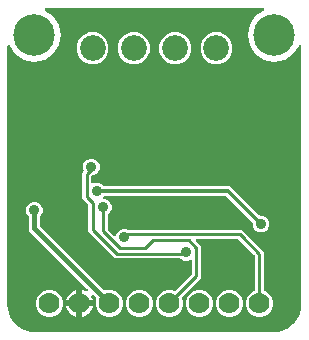
<source format=gbr>
G04 EAGLE Gerber RS-274X export*
G75*
%MOMM*%
%FSLAX34Y34*%
%LPD*%
%INBottom Copper*%
%IPPOS*%
%AMOC8*
5,1,8,0,0,1.08239X$1,22.5*%
G01*
%ADD10C,2.184400*%
%ADD11C,1.778000*%
%ADD12C,3.516000*%
%ADD13C,0.906400*%
%ADD14C,0.406400*%
%ADD15C,0.304800*%
%ADD16C,0.254000*%

G36*
X228622Y2543D02*
X228622Y2543D01*
X228700Y2545D01*
X232077Y2810D01*
X232145Y2824D01*
X232214Y2829D01*
X232370Y2869D01*
X238794Y4956D01*
X238901Y5006D01*
X239012Y5050D01*
X239063Y5083D01*
X239082Y5091D01*
X239097Y5104D01*
X239148Y5136D01*
X244612Y9107D01*
X244699Y9188D01*
X244746Y9227D01*
X244752Y9231D01*
X244753Y9232D01*
X244791Y9264D01*
X244829Y9310D01*
X244844Y9324D01*
X244855Y9342D01*
X244893Y9388D01*
X248864Y14852D01*
X248921Y14956D01*
X248985Y15056D01*
X249007Y15113D01*
X249017Y15131D01*
X249022Y15151D01*
X249044Y15206D01*
X251131Y21630D01*
X251144Y21698D01*
X251167Y21764D01*
X251190Y21923D01*
X251455Y25300D01*
X251455Y25304D01*
X251456Y25307D01*
X251455Y25326D01*
X251459Y25400D01*
X251459Y243996D01*
X251446Y244100D01*
X251442Y244204D01*
X251426Y244257D01*
X251419Y244311D01*
X251381Y244408D01*
X251351Y244509D01*
X251323Y244556D01*
X251302Y244607D01*
X251241Y244692D01*
X251187Y244781D01*
X251148Y244820D01*
X251116Y244865D01*
X251035Y244931D01*
X250961Y245004D01*
X250913Y245032D01*
X250871Y245067D01*
X250776Y245112D01*
X250686Y245164D01*
X250633Y245179D01*
X250583Y245203D01*
X250480Y245222D01*
X250380Y245251D01*
X250325Y245252D01*
X250271Y245263D01*
X250166Y245256D01*
X250062Y245259D01*
X250008Y245246D01*
X249953Y245243D01*
X249854Y245211D01*
X249752Y245187D01*
X249703Y245162D01*
X249651Y245145D01*
X249562Y245089D01*
X249470Y245041D01*
X249428Y245004D01*
X249382Y244975D01*
X249310Y244899D01*
X249232Y244829D01*
X249179Y244759D01*
X249164Y244743D01*
X249157Y244730D01*
X249135Y244701D01*
X244634Y237966D01*
X237278Y233050D01*
X228600Y231324D01*
X219922Y233050D01*
X212566Y237966D01*
X207650Y245322D01*
X205924Y254000D01*
X207650Y262678D01*
X212566Y270034D01*
X219301Y274535D01*
X219380Y274603D01*
X219465Y274664D01*
X219500Y274707D01*
X219541Y274743D01*
X219601Y274829D01*
X219667Y274909D01*
X219691Y274959D01*
X219722Y275005D01*
X219758Y275103D01*
X219803Y275197D01*
X219813Y275251D01*
X219832Y275303D01*
X219843Y275407D01*
X219863Y275510D01*
X219859Y275565D01*
X219865Y275619D01*
X219849Y275723D01*
X219843Y275827D01*
X219826Y275879D01*
X219818Y275934D01*
X219777Y276030D01*
X219745Y276129D01*
X219715Y276176D01*
X219694Y276227D01*
X219631Y276310D01*
X219575Y276398D01*
X219535Y276436D01*
X219501Y276480D01*
X219419Y276545D01*
X219343Y276616D01*
X219295Y276643D01*
X219252Y276677D01*
X219156Y276719D01*
X219065Y276770D01*
X219011Y276783D01*
X218961Y276806D01*
X218858Y276823D01*
X218757Y276849D01*
X218669Y276855D01*
X218647Y276858D01*
X218632Y276857D01*
X218596Y276859D01*
X35404Y276859D01*
X35300Y276846D01*
X35196Y276842D01*
X35143Y276826D01*
X35089Y276819D01*
X34992Y276781D01*
X34891Y276751D01*
X34844Y276723D01*
X34793Y276702D01*
X34708Y276641D01*
X34619Y276587D01*
X34580Y276548D01*
X34535Y276516D01*
X34469Y276435D01*
X34396Y276361D01*
X34368Y276313D01*
X34333Y276271D01*
X34288Y276176D01*
X34236Y276086D01*
X34221Y276033D01*
X34197Y275983D01*
X34178Y275880D01*
X34149Y275780D01*
X34148Y275725D01*
X34137Y275671D01*
X34144Y275566D01*
X34141Y275462D01*
X34154Y275408D01*
X34157Y275353D01*
X34189Y275254D01*
X34213Y275152D01*
X34238Y275103D01*
X34255Y275051D01*
X34311Y274962D01*
X34359Y274870D01*
X34396Y274828D01*
X34425Y274782D01*
X34501Y274710D01*
X34571Y274632D01*
X34641Y274579D01*
X34657Y274564D01*
X34670Y274557D01*
X34699Y274535D01*
X41434Y270034D01*
X46350Y262678D01*
X48076Y254000D01*
X46350Y245322D01*
X41434Y237966D01*
X34078Y233050D01*
X25400Y231324D01*
X16722Y233050D01*
X9366Y237966D01*
X4865Y244701D01*
X4797Y244780D01*
X4736Y244865D01*
X4693Y244900D01*
X4657Y244941D01*
X4571Y245001D01*
X4491Y245067D01*
X4441Y245091D01*
X4395Y245122D01*
X4297Y245158D01*
X4203Y245203D01*
X4149Y245213D01*
X4097Y245232D01*
X3993Y245243D01*
X3890Y245263D01*
X3835Y245259D01*
X3781Y245265D01*
X3677Y245249D01*
X3573Y245243D01*
X3521Y245226D01*
X3466Y245218D01*
X3370Y245177D01*
X3271Y245145D01*
X3224Y245115D01*
X3173Y245094D01*
X3090Y245031D01*
X3002Y244975D01*
X2964Y244935D01*
X2920Y244901D01*
X2855Y244819D01*
X2784Y244743D01*
X2757Y244695D01*
X2723Y244652D01*
X2681Y244556D01*
X2630Y244465D01*
X2617Y244411D01*
X2594Y244361D01*
X2577Y244258D01*
X2551Y244157D01*
X2545Y244069D01*
X2542Y244047D01*
X2543Y244032D01*
X2541Y243996D01*
X2541Y25400D01*
X2543Y25378D01*
X2545Y25300D01*
X2810Y21923D01*
X2824Y21855D01*
X2829Y21786D01*
X2869Y21630D01*
X4956Y15206D01*
X5006Y15099D01*
X5050Y14988D01*
X5083Y14937D01*
X5091Y14918D01*
X5104Y14903D01*
X5136Y14852D01*
X9107Y9388D01*
X9127Y9366D01*
X9138Y9348D01*
X9184Y9305D01*
X9188Y9301D01*
X9264Y9209D01*
X9310Y9171D01*
X9324Y9156D01*
X9342Y9145D01*
X9388Y9107D01*
X14596Y5322D01*
X14852Y5136D01*
X14956Y5079D01*
X15056Y5015D01*
X15113Y4993D01*
X15131Y4983D01*
X15151Y4978D01*
X15206Y4956D01*
X21630Y2869D01*
X21698Y2856D01*
X21764Y2833D01*
X21923Y2810D01*
X25300Y2545D01*
X25322Y2546D01*
X25400Y2541D01*
X228600Y2541D01*
X228622Y2543D01*
G37*
%LPC*%
G36*
X137426Y15239D02*
X137426Y15239D01*
X133225Y16979D01*
X130009Y20195D01*
X128269Y24396D01*
X128269Y28944D01*
X130009Y33145D01*
X133225Y36361D01*
X137426Y38101D01*
X141974Y38101D01*
X143854Y37322D01*
X143883Y37314D01*
X143909Y37300D01*
X144036Y37272D01*
X144161Y37238D01*
X144191Y37237D01*
X144220Y37231D01*
X144349Y37235D01*
X144479Y37233D01*
X144508Y37240D01*
X144537Y37240D01*
X144662Y37277D01*
X144788Y37307D01*
X144815Y37321D01*
X144843Y37329D01*
X144955Y37395D01*
X145070Y37456D01*
X145091Y37475D01*
X145117Y37490D01*
X145238Y37597D01*
X158378Y50737D01*
X158438Y50815D01*
X158506Y50887D01*
X158535Y50940D01*
X158572Y50988D01*
X158612Y51079D01*
X158660Y51166D01*
X158675Y51224D01*
X158699Y51280D01*
X158714Y51378D01*
X158739Y51474D01*
X158745Y51574D01*
X158749Y51594D01*
X158747Y51606D01*
X158749Y51634D01*
X158749Y62399D01*
X158743Y62448D01*
X158745Y62498D01*
X158723Y62605D01*
X158709Y62714D01*
X158691Y62761D01*
X158681Y62809D01*
X158633Y62908D01*
X158592Y63010D01*
X158563Y63050D01*
X158541Y63095D01*
X158470Y63178D01*
X158406Y63267D01*
X158367Y63299D01*
X158335Y63337D01*
X158245Y63400D01*
X158161Y63470D01*
X158116Y63491D01*
X158075Y63520D01*
X157972Y63559D01*
X157873Y63606D01*
X157824Y63615D01*
X157778Y63633D01*
X157668Y63645D01*
X157561Y63666D01*
X157511Y63662D01*
X157462Y63668D01*
X157353Y63653D01*
X157243Y63646D01*
X157196Y63631D01*
X157147Y63624D01*
X156994Y63572D01*
X155077Y62777D01*
X152263Y62777D01*
X149664Y63854D01*
X149120Y64398D01*
X149042Y64458D01*
X148970Y64526D01*
X148917Y64555D01*
X148869Y64592D01*
X148778Y64632D01*
X148691Y64680D01*
X148633Y64695D01*
X148577Y64719D01*
X148479Y64734D01*
X148383Y64759D01*
X148283Y64765D01*
X148263Y64769D01*
X148251Y64767D01*
X148223Y64769D01*
X93672Y64769D01*
X71119Y87322D01*
X71119Y109656D01*
X71107Y109754D01*
X71104Y109853D01*
X71087Y109911D01*
X71079Y109971D01*
X71043Y110063D01*
X71015Y110159D01*
X70985Y110211D01*
X70962Y110267D01*
X70904Y110347D01*
X70854Y110432D01*
X70788Y110508D01*
X70776Y110524D01*
X70766Y110532D01*
X70748Y110553D01*
X66039Y115262D01*
X66039Y137468D01*
X66813Y138242D01*
X66831Y138265D01*
X66853Y138284D01*
X66928Y138390D01*
X67008Y138493D01*
X67019Y138520D01*
X67036Y138544D01*
X67082Y138666D01*
X67134Y138785D01*
X67138Y138814D01*
X67149Y138842D01*
X67163Y138971D01*
X67184Y139099D01*
X67181Y139128D01*
X67184Y139158D01*
X67166Y139286D01*
X67154Y139416D01*
X67144Y139443D01*
X67140Y139473D01*
X67088Y139625D01*
X66587Y140833D01*
X66587Y143647D01*
X67664Y146246D01*
X69654Y148236D01*
X72253Y149313D01*
X75067Y149313D01*
X77666Y148236D01*
X79656Y146246D01*
X80733Y143647D01*
X80733Y140833D01*
X79656Y138234D01*
X77666Y136244D01*
X75067Y135167D01*
X75042Y135167D01*
X74944Y135155D01*
X74845Y135152D01*
X74787Y135135D01*
X74727Y135127D01*
X74635Y135091D01*
X74539Y135063D01*
X74487Y135033D01*
X74431Y135010D01*
X74351Y134952D01*
X74266Y134902D01*
X74190Y134836D01*
X74174Y134824D01*
X74166Y134814D01*
X74145Y134796D01*
X74032Y134683D01*
X73972Y134605D01*
X73904Y134533D01*
X73875Y134480D01*
X73838Y134432D01*
X73798Y134341D01*
X73750Y134254D01*
X73735Y134196D01*
X73711Y134140D01*
X73696Y134042D01*
X73671Y133946D01*
X73665Y133846D01*
X73661Y133826D01*
X73663Y133814D01*
X73661Y133786D01*
X73661Y129371D01*
X73667Y129322D01*
X73665Y129272D01*
X73687Y129165D01*
X73701Y129056D01*
X73719Y129009D01*
X73729Y128961D01*
X73777Y128862D01*
X73818Y128760D01*
X73847Y128720D01*
X73869Y128675D01*
X73940Y128592D01*
X74004Y128503D01*
X74043Y128471D01*
X74075Y128433D01*
X74165Y128370D01*
X74249Y128300D01*
X74294Y128279D01*
X74335Y128250D01*
X74438Y128211D01*
X74537Y128164D01*
X74586Y128155D01*
X74632Y128137D01*
X74742Y128125D01*
X74849Y128104D01*
X74899Y128108D01*
X74948Y128102D01*
X75057Y128117D01*
X75167Y128124D01*
X75214Y128139D01*
X75263Y128146D01*
X75416Y128198D01*
X77333Y128993D01*
X80147Y128993D01*
X82746Y127916D01*
X84306Y126356D01*
X84384Y126296D01*
X84456Y126228D01*
X84509Y126199D01*
X84557Y126162D01*
X84648Y126122D01*
X84735Y126074D01*
X84793Y126059D01*
X84849Y126035D01*
X84947Y126020D01*
X85043Y125995D01*
X85143Y125989D01*
X85163Y125985D01*
X85175Y125987D01*
X85203Y125985D01*
X190914Y125985D01*
X215474Y101424D01*
X215552Y101364D01*
X215624Y101296D01*
X215677Y101267D01*
X215725Y101230D01*
X215816Y101190D01*
X215903Y101142D01*
X215961Y101127D01*
X216017Y101103D01*
X216115Y101088D01*
X216211Y101063D01*
X216311Y101057D01*
X216331Y101053D01*
X216343Y101055D01*
X216371Y101053D01*
X218577Y101053D01*
X221176Y99976D01*
X223166Y97986D01*
X224243Y95387D01*
X224243Y92573D01*
X223166Y89974D01*
X221176Y87984D01*
X218577Y86907D01*
X215763Y86907D01*
X213164Y87984D01*
X211174Y89974D01*
X210097Y92573D01*
X210097Y94779D01*
X210085Y94877D01*
X210082Y94976D01*
X210065Y95034D01*
X210057Y95094D01*
X210021Y95186D01*
X209993Y95281D01*
X209963Y95333D01*
X209940Y95390D01*
X209882Y95470D01*
X209832Y95555D01*
X209766Y95631D01*
X209754Y95647D01*
X209744Y95655D01*
X209726Y95676D01*
X187918Y117484D01*
X187840Y117544D01*
X187768Y117612D01*
X187715Y117641D01*
X187667Y117678D01*
X187576Y117718D01*
X187489Y117766D01*
X187431Y117781D01*
X187375Y117805D01*
X187277Y117820D01*
X187181Y117845D01*
X187081Y117851D01*
X187061Y117855D01*
X187049Y117853D01*
X187021Y117855D01*
X85203Y117855D01*
X85105Y117843D01*
X85006Y117840D01*
X84948Y117823D01*
X84888Y117815D01*
X84796Y117779D01*
X84701Y117751D01*
X84648Y117721D01*
X84592Y117698D01*
X84512Y117640D01*
X84427Y117590D01*
X84351Y117524D01*
X84335Y117512D01*
X84327Y117502D01*
X84306Y117484D01*
X84012Y117190D01*
X83927Y117080D01*
X83838Y116973D01*
X83829Y116954D01*
X83817Y116938D01*
X83761Y116810D01*
X83702Y116685D01*
X83699Y116665D01*
X83691Y116646D01*
X83669Y116509D01*
X83643Y116372D01*
X83644Y116352D01*
X83641Y116332D01*
X83654Y116194D01*
X83662Y116055D01*
X83669Y116036D01*
X83670Y116016D01*
X83718Y115885D01*
X83760Y115753D01*
X83771Y115735D01*
X83778Y115716D01*
X83856Y115601D01*
X83931Y115484D01*
X83945Y115470D01*
X83957Y115453D01*
X84061Y115361D01*
X84162Y115266D01*
X84180Y115256D01*
X84195Y115243D01*
X84319Y115179D01*
X84441Y115112D01*
X84460Y115107D01*
X84478Y115098D01*
X84614Y115068D01*
X84749Y115033D01*
X84777Y115031D01*
X84789Y115028D01*
X84809Y115029D01*
X84909Y115023D01*
X85227Y115023D01*
X87826Y113946D01*
X89816Y111956D01*
X90893Y109357D01*
X90893Y106543D01*
X89816Y103944D01*
X88002Y102130D01*
X87942Y102052D01*
X87874Y101980D01*
X87845Y101927D01*
X87808Y101879D01*
X87768Y101788D01*
X87720Y101701D01*
X87705Y101643D01*
X87681Y101587D01*
X87666Y101489D01*
X87641Y101393D01*
X87635Y101293D01*
X87631Y101273D01*
X87633Y101261D01*
X87631Y101233D01*
X87631Y89734D01*
X87643Y89636D01*
X87646Y89537D01*
X87663Y89479D01*
X87671Y89419D01*
X87707Y89327D01*
X87735Y89231D01*
X87765Y89179D01*
X87788Y89123D01*
X87846Y89043D01*
X87896Y88958D01*
X87962Y88882D01*
X87974Y88866D01*
X87984Y88858D01*
X88002Y88837D01*
X92702Y84137D01*
X92742Y84106D01*
X92775Y84070D01*
X92818Y84041D01*
X92845Y84016D01*
X92891Y83991D01*
X92954Y83942D01*
X92999Y83922D01*
X93041Y83895D01*
X93104Y83873D01*
X93124Y83862D01*
X93158Y83854D01*
X93245Y83816D01*
X93295Y83808D01*
X93341Y83792D01*
X93423Y83785D01*
X93432Y83783D01*
X93464Y83781D01*
X93560Y83766D01*
X93609Y83770D01*
X93659Y83766D01*
X93767Y83785D01*
X93876Y83796D01*
X93923Y83812D01*
X93972Y83821D01*
X94072Y83866D01*
X94175Y83903D01*
X94217Y83931D01*
X94262Y83951D01*
X94348Y84020D01*
X94439Y84082D01*
X94465Y84112D01*
X94472Y84116D01*
X94478Y84124D01*
X94510Y84150D01*
X94576Y84238D01*
X94649Y84320D01*
X94663Y84348D01*
X94674Y84361D01*
X94683Y84379D01*
X94702Y84404D01*
X94772Y84549D01*
X95604Y86556D01*
X97594Y88546D01*
X100193Y89623D01*
X103007Y89623D01*
X104517Y88997D01*
X104526Y88995D01*
X104534Y88990D01*
X104679Y88953D01*
X104823Y88913D01*
X104833Y88913D01*
X104842Y88911D01*
X105002Y88901D01*
X200968Y88901D01*
X219711Y70158D01*
X219711Y38312D01*
X219714Y38283D01*
X219712Y38253D01*
X219734Y38125D01*
X219751Y37997D01*
X219761Y37969D01*
X219766Y37940D01*
X219820Y37822D01*
X219868Y37701D01*
X219885Y37677D01*
X219897Y37650D01*
X219978Y37549D01*
X220054Y37444D01*
X220077Y37425D01*
X220096Y37402D01*
X220199Y37324D01*
X220299Y37241D01*
X220326Y37228D01*
X220350Y37210D01*
X220494Y37140D01*
X222375Y36361D01*
X225591Y33145D01*
X227331Y28944D01*
X227331Y24396D01*
X225591Y20195D01*
X222375Y16979D01*
X218174Y15239D01*
X213626Y15239D01*
X209425Y16979D01*
X206209Y20195D01*
X204469Y24396D01*
X204469Y28944D01*
X206209Y33145D01*
X209425Y36361D01*
X211306Y37140D01*
X211331Y37154D01*
X211359Y37163D01*
X211469Y37233D01*
X211582Y37297D01*
X211603Y37318D01*
X211628Y37333D01*
X211717Y37428D01*
X211810Y37518D01*
X211826Y37544D01*
X211846Y37565D01*
X211909Y37679D01*
X211977Y37789D01*
X211985Y37818D01*
X212000Y37844D01*
X212032Y37969D01*
X212070Y38093D01*
X212072Y38123D01*
X212079Y38151D01*
X212089Y38312D01*
X212089Y66476D01*
X212077Y66574D01*
X212074Y66673D01*
X212057Y66731D01*
X212049Y66791D01*
X212013Y66883D01*
X211985Y66979D01*
X211955Y67031D01*
X211932Y67087D01*
X211874Y67167D01*
X211824Y67252D01*
X211758Y67328D01*
X211746Y67344D01*
X211736Y67352D01*
X211718Y67373D01*
X198183Y80908D01*
X198105Y80968D01*
X198033Y81036D01*
X197980Y81065D01*
X197932Y81102D01*
X197841Y81142D01*
X197754Y81190D01*
X197696Y81205D01*
X197640Y81229D01*
X197542Y81244D01*
X197446Y81269D01*
X197346Y81275D01*
X197326Y81279D01*
X197314Y81277D01*
X197286Y81279D01*
X163394Y81279D01*
X163256Y81262D01*
X163118Y81249D01*
X163099Y81242D01*
X163079Y81239D01*
X162950Y81188D01*
X162818Y81141D01*
X162802Y81130D01*
X162783Y81122D01*
X162671Y81041D01*
X162555Y80963D01*
X162542Y80947D01*
X162526Y80936D01*
X162437Y80828D01*
X162345Y80724D01*
X162336Y80706D01*
X162323Y80691D01*
X162264Y80565D01*
X162200Y80441D01*
X162196Y80421D01*
X162187Y80403D01*
X162161Y80266D01*
X162131Y80131D01*
X162131Y80110D01*
X162127Y80091D01*
X162136Y79952D01*
X162140Y79813D01*
X162146Y79793D01*
X162147Y79773D01*
X162190Y79641D01*
X162229Y79507D01*
X162239Y79490D01*
X162245Y79471D01*
X162320Y79353D01*
X162390Y79233D01*
X162409Y79212D01*
X162415Y79202D01*
X162430Y79188D01*
X162497Y79113D01*
X163766Y77843D01*
X163767Y77842D01*
X166371Y75238D01*
X166371Y47952D01*
X150627Y32208D01*
X150609Y32184D01*
X150586Y32165D01*
X150512Y32059D01*
X150432Y31956D01*
X150420Y31929D01*
X150403Y31905D01*
X150357Y31784D01*
X150306Y31665D01*
X150301Y31635D01*
X150290Y31608D01*
X150276Y31479D01*
X150256Y31350D01*
X150258Y31321D01*
X150255Y31292D01*
X150273Y31163D01*
X150286Y31034D01*
X150296Y31006D01*
X150300Y30977D01*
X150352Y30824D01*
X151131Y28944D01*
X151131Y24396D01*
X149391Y20195D01*
X146175Y16979D01*
X141974Y15239D01*
X137426Y15239D01*
G37*
%LPD*%
%LPC*%
G36*
X86626Y15239D02*
X86626Y15239D01*
X82425Y16979D01*
X79209Y20195D01*
X77469Y24396D01*
X77469Y28944D01*
X77933Y30062D01*
X77940Y30091D01*
X77954Y30117D01*
X77982Y30244D01*
X78017Y30369D01*
X78017Y30399D01*
X78024Y30428D01*
X78020Y30557D01*
X78022Y30687D01*
X78015Y30716D01*
X78014Y30745D01*
X77978Y30870D01*
X77948Y30996D01*
X77934Y31023D01*
X77925Y31051D01*
X77860Y31163D01*
X77799Y31278D01*
X77779Y31299D01*
X77764Y31325D01*
X77658Y31446D01*
X75654Y33449D01*
X75560Y33522D01*
X75470Y33601D01*
X75435Y33619D01*
X75403Y33644D01*
X75293Y33691D01*
X75187Y33746D01*
X75148Y33754D01*
X75111Y33770D01*
X74993Y33789D01*
X74877Y33815D01*
X74837Y33814D01*
X74797Y33820D01*
X74678Y33809D01*
X74559Y33805D01*
X74520Y33794D01*
X74480Y33790D01*
X74368Y33750D01*
X74253Y33717D01*
X74219Y33696D01*
X74181Y33683D01*
X74082Y33616D01*
X73980Y33555D01*
X73951Y33527D01*
X73918Y33504D01*
X73839Y33415D01*
X73755Y33330D01*
X73734Y33296D01*
X73708Y33266D01*
X73653Y33159D01*
X73592Y33057D01*
X73581Y33018D01*
X73563Y32982D01*
X73537Y32866D01*
X73503Y32751D01*
X73502Y32711D01*
X73493Y32672D01*
X73497Y32553D01*
X73493Y32433D01*
X73502Y32394D01*
X73503Y32354D01*
X73536Y32239D01*
X73562Y32123D01*
X73586Y32068D01*
X73591Y32049D01*
X73602Y32031D01*
X73626Y31975D01*
X74093Y31058D01*
X74649Y29347D01*
X74677Y29169D01*
X65999Y29169D01*
X65999Y37847D01*
X66177Y37819D01*
X67888Y37263D01*
X68805Y36796D01*
X68917Y36755D01*
X69027Y36708D01*
X69067Y36702D01*
X69104Y36688D01*
X69223Y36677D01*
X69341Y36658D01*
X69381Y36662D01*
X69421Y36658D01*
X69539Y36677D01*
X69658Y36688D01*
X69696Y36702D01*
X69735Y36708D01*
X69845Y36755D01*
X69957Y36796D01*
X69990Y36818D01*
X70027Y36834D01*
X70121Y36907D01*
X70220Y36974D01*
X70247Y37004D01*
X70278Y37029D01*
X70352Y37123D01*
X70431Y37213D01*
X70449Y37248D01*
X70474Y37280D01*
X70521Y37390D01*
X70575Y37496D01*
X70584Y37535D01*
X70600Y37572D01*
X70619Y37690D01*
X70645Y37806D01*
X70644Y37846D01*
X70650Y37886D01*
X70639Y38005D01*
X70635Y38124D01*
X70624Y38163D01*
X70620Y38202D01*
X70580Y38315D01*
X70547Y38430D01*
X70527Y38464D01*
X70513Y38502D01*
X70446Y38601D01*
X70385Y38703D01*
X70346Y38748D01*
X70334Y38765D01*
X70319Y38779D01*
X70279Y38824D01*
X20827Y88276D01*
X20827Y99455D01*
X20815Y99553D01*
X20812Y99652D01*
X20795Y99710D01*
X20787Y99770D01*
X20751Y99862D01*
X20723Y99957D01*
X20693Y100010D01*
X20670Y100066D01*
X20612Y100146D01*
X20562Y100231D01*
X20496Y100307D01*
X20484Y100323D01*
X20474Y100331D01*
X20456Y100352D01*
X19404Y101404D01*
X18327Y104003D01*
X18327Y106817D01*
X19404Y109416D01*
X21394Y111406D01*
X23993Y112483D01*
X26807Y112483D01*
X29406Y111406D01*
X31396Y109416D01*
X32473Y106817D01*
X32473Y104003D01*
X31396Y101404D01*
X30344Y100352D01*
X30284Y100274D01*
X30216Y100202D01*
X30187Y100149D01*
X30150Y100101D01*
X30110Y100010D01*
X30062Y99923D01*
X30047Y99865D01*
X30023Y99809D01*
X30008Y99711D01*
X29983Y99615D01*
X29977Y99515D01*
X29973Y99495D01*
X29975Y99483D01*
X29973Y99455D01*
X29973Y92590D01*
X29985Y92492D01*
X29988Y92393D01*
X30005Y92334D01*
X30013Y92274D01*
X30049Y92182D01*
X30077Y92087D01*
X30107Y92035D01*
X30130Y91979D01*
X30188Y91899D01*
X30238Y91813D01*
X30304Y91738D01*
X30316Y91721D01*
X30326Y91713D01*
X30344Y91692D01*
X84124Y37912D01*
X84148Y37894D01*
X84167Y37872D01*
X84273Y37797D01*
X84376Y37718D01*
X84403Y37706D01*
X84427Y37689D01*
X84548Y37643D01*
X84667Y37591D01*
X84697Y37587D01*
X84724Y37576D01*
X84853Y37562D01*
X84982Y37541D01*
X85011Y37544D01*
X85040Y37541D01*
X85169Y37559D01*
X85298Y37571D01*
X85326Y37581D01*
X85355Y37585D01*
X85508Y37637D01*
X86626Y38101D01*
X91174Y38101D01*
X95375Y36361D01*
X98591Y33145D01*
X100331Y28944D01*
X100331Y24396D01*
X98591Y20195D01*
X95375Y16979D01*
X91174Y15239D01*
X86626Y15239D01*
G37*
%LPD*%
%LPC*%
G36*
X107032Y229107D02*
X107032Y229107D01*
X102084Y231157D01*
X98297Y234944D01*
X96247Y239892D01*
X96247Y245248D01*
X98297Y250196D01*
X102084Y253983D01*
X107032Y256033D01*
X112388Y256033D01*
X117336Y253983D01*
X121123Y250196D01*
X123173Y245248D01*
X123173Y239892D01*
X121123Y234944D01*
X117336Y231157D01*
X112388Y229107D01*
X107032Y229107D01*
G37*
%LPD*%
%LPC*%
G36*
X72032Y229107D02*
X72032Y229107D01*
X67084Y231157D01*
X63297Y234944D01*
X61247Y239892D01*
X61247Y245248D01*
X63297Y250196D01*
X67084Y253983D01*
X72032Y256033D01*
X77388Y256033D01*
X82336Y253983D01*
X86123Y250196D01*
X88173Y245248D01*
X88173Y239892D01*
X86123Y234944D01*
X82336Y231157D01*
X77388Y229107D01*
X72032Y229107D01*
G37*
%LPD*%
%LPC*%
G36*
X176882Y229107D02*
X176882Y229107D01*
X171934Y231157D01*
X168147Y234944D01*
X166097Y239892D01*
X166097Y245248D01*
X168147Y250196D01*
X171934Y253983D01*
X176882Y256033D01*
X182238Y256033D01*
X187186Y253983D01*
X190973Y250196D01*
X193023Y245248D01*
X193023Y239892D01*
X190973Y234944D01*
X187186Y231157D01*
X182238Y229107D01*
X176882Y229107D01*
G37*
%LPD*%
%LPC*%
G36*
X141882Y229107D02*
X141882Y229107D01*
X136934Y231157D01*
X133147Y234944D01*
X131097Y239892D01*
X131097Y245248D01*
X133147Y250196D01*
X136934Y253983D01*
X141882Y256033D01*
X147238Y256033D01*
X152186Y253983D01*
X155973Y250196D01*
X158023Y245248D01*
X158023Y239892D01*
X155973Y234944D01*
X152186Y231157D01*
X147238Y229107D01*
X141882Y229107D01*
G37*
%LPD*%
%LPC*%
G36*
X188226Y15239D02*
X188226Y15239D01*
X184025Y16979D01*
X180809Y20195D01*
X179069Y24396D01*
X179069Y28944D01*
X180809Y33145D01*
X184025Y36361D01*
X188226Y38101D01*
X192774Y38101D01*
X196975Y36361D01*
X200191Y33145D01*
X201931Y28944D01*
X201931Y24396D01*
X200191Y20195D01*
X196975Y16979D01*
X192774Y15239D01*
X188226Y15239D01*
G37*
%LPD*%
%LPC*%
G36*
X162826Y15239D02*
X162826Y15239D01*
X158625Y16979D01*
X155409Y20195D01*
X153669Y24396D01*
X153669Y28944D01*
X155409Y33145D01*
X158625Y36361D01*
X162826Y38101D01*
X167374Y38101D01*
X171575Y36361D01*
X174791Y33145D01*
X176531Y28944D01*
X176531Y24396D01*
X174791Y20195D01*
X171575Y16979D01*
X167374Y15239D01*
X162826Y15239D01*
G37*
%LPD*%
%LPC*%
G36*
X112026Y15239D02*
X112026Y15239D01*
X107825Y16979D01*
X104609Y20195D01*
X102869Y24396D01*
X102869Y28944D01*
X104609Y33145D01*
X107825Y36361D01*
X112026Y38101D01*
X116574Y38101D01*
X120775Y36361D01*
X123991Y33145D01*
X125731Y28944D01*
X125731Y24396D01*
X123991Y20195D01*
X120775Y16979D01*
X116574Y15239D01*
X112026Y15239D01*
G37*
%LPD*%
%LPC*%
G36*
X35826Y15239D02*
X35826Y15239D01*
X31625Y16979D01*
X28409Y20195D01*
X26669Y24396D01*
X26669Y28944D01*
X28409Y33145D01*
X31625Y36361D01*
X35826Y38101D01*
X40374Y38101D01*
X44575Y36361D01*
X47791Y33145D01*
X49531Y28944D01*
X49531Y24396D01*
X47791Y20195D01*
X44575Y16979D01*
X40374Y15239D01*
X35826Y15239D01*
G37*
%LPD*%
%LPC*%
G36*
X52323Y29169D02*
X52323Y29169D01*
X52351Y29347D01*
X52907Y31058D01*
X53723Y32661D01*
X54781Y34117D01*
X56053Y35389D01*
X57509Y36447D01*
X59112Y37263D01*
X60823Y37819D01*
X61001Y37847D01*
X61001Y29169D01*
X52323Y29169D01*
G37*
%LPD*%
%LPC*%
G36*
X65999Y24171D02*
X65999Y24171D01*
X74677Y24171D01*
X74649Y23993D01*
X74093Y22282D01*
X73277Y20679D01*
X72219Y19223D01*
X70947Y17951D01*
X69491Y16893D01*
X67888Y16077D01*
X66177Y15521D01*
X65999Y15493D01*
X65999Y24171D01*
G37*
%LPD*%
%LPC*%
G36*
X60823Y15521D02*
X60823Y15521D01*
X59112Y16077D01*
X57509Y16893D01*
X56053Y17951D01*
X54781Y19223D01*
X53723Y20679D01*
X52907Y22282D01*
X52351Y23993D01*
X52323Y24171D01*
X61001Y24171D01*
X61001Y15493D01*
X60823Y15521D01*
G37*
%LPD*%
D10*
X144560Y242570D03*
X179560Y242570D03*
X74710Y242570D03*
X109710Y242570D03*
D11*
X38100Y26670D03*
X63500Y26670D03*
X88900Y26670D03*
X114300Y26670D03*
X139700Y26670D03*
X165100Y26670D03*
X190500Y26670D03*
X215900Y26670D03*
D12*
X25400Y254000D03*
X228600Y254000D03*
D13*
X154940Y160020D03*
X228600Y43180D03*
X93980Y92710D03*
X69850Y154940D03*
X64770Y93980D03*
X25400Y105410D03*
D14*
X25400Y90170D01*
X88900Y26670D01*
D13*
X78740Y121920D03*
X217170Y93980D03*
D15*
X189230Y121920D02*
X78740Y121920D01*
X189230Y121920D02*
X217170Y93980D01*
D13*
X153670Y69850D03*
D16*
X95250Y68580D02*
X74930Y88900D01*
X74930Y111760D01*
X69850Y116840D01*
X69850Y135890D01*
X76200Y142240D01*
X73660Y142240D01*
D13*
X73660Y142240D03*
D16*
X95250Y68580D02*
X152400Y68580D01*
X153670Y69850D01*
D13*
X101600Y82550D03*
D16*
X104140Y85090D01*
X199390Y85090D01*
X201930Y82550D01*
X215900Y68580D01*
X215900Y26670D01*
D13*
X83820Y107950D03*
D15*
X142240Y29210D02*
X139700Y26670D01*
D16*
X83820Y87630D02*
X83820Y107950D01*
X83820Y87630D02*
X97790Y73660D01*
X119380Y73660D01*
X125730Y80010D01*
X140970Y27940D02*
X139700Y26670D01*
X125730Y80010D02*
X156210Y80010D01*
X162560Y73660D01*
X162560Y49530D01*
X139700Y26670D01*
M02*

</source>
